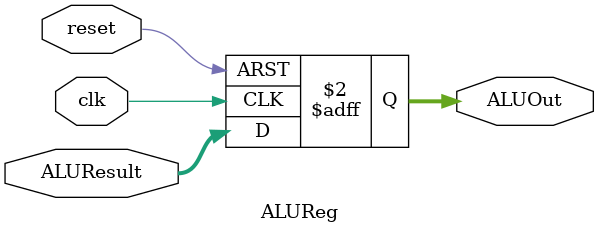
<source format=v>
`timescale 1ns / 1ps
module ALUReg(ALUResult, ALUOut, clk, reset);

input clk, reset;
input [31:0] ALUResult;
output reg [31:0] ALUOut;

always @ (posedge clk or posedge reset) begin
	if (reset) begin
	ALUOut = 0;
	end else begin
	ALUOut = ALUResult;
	end
end


endmodule

</source>
